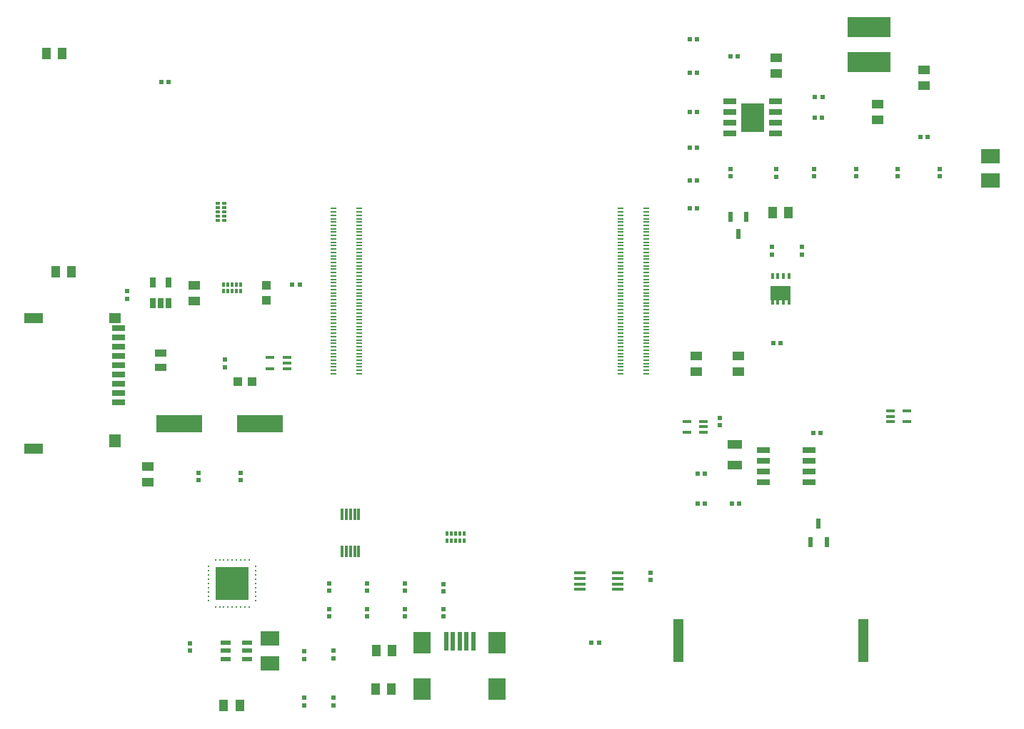
<source format=gtp>
G04*
G04 #@! TF.GenerationSoftware,Altium Limited,Altium Designer,25.2.1 (25)*
G04*
G04 Layer_Color=8421504*
%FSLAX43Y43*%
%MOMM*%
G71*
G04*
G04 #@! TF.SameCoordinates,0A798D29-7D92-4AD3-8B22-41AEFD2D755B*
G04*
G04*
G04 #@! TF.FilePolarity,Positive*
G04*
G01*
G75*
%ADD16R,0.300X0.550*%
%ADD17R,0.400X0.550*%
%ADD18R,0.550X0.300*%
%ADD19R,0.550X0.400*%
%ADD20R,0.600X0.530*%
%ADD21R,0.530X0.600*%
%ADD22R,0.700X0.200*%
%ADD23R,1.270X5.080*%
%ADD24R,2.200X1.200*%
%ADD25R,1.400X1.600*%
%ADD26R,1.600X0.700*%
%ADD27R,1.400X1.200*%
%ADD28R,1.000X1.420*%
%ADD29R,0.490X0.600*%
%ADD30R,0.300X1.400*%
%ADD31R,2.210X1.790*%
%ADD32R,1.150X0.600*%
%ADD33R,1.000X0.400*%
%ADD34R,0.600X0.490*%
%ADD35R,0.420X0.700*%
%ADD36R,0.420X0.540*%
%ADD37R,2.370X1.710*%
%ADD38R,5.500X2.000*%
%ADD39R,1.420X1.000*%
%ADD40R,1.450X0.450*%
%ADD41R,0.600X1.150*%
G04:AMPARAMS|DCode=42|XSize=3.85mm|YSize=3.85mm|CornerRadius=0mm|HoleSize=0mm|Usage=FLASHONLY|Rotation=90.000|XOffset=0mm|YOffset=0mm|HoleType=Round|Shape=RoundedRectangle|*
%AMROUNDEDRECTD42*
21,1,3.850,3.850,0,0,90.0*
21,1,3.850,3.850,0,0,90.0*
1,1,0.000,1.925,1.925*
1,1,0.000,1.925,-1.925*
1,1,0.000,-1.925,-1.925*
1,1,0.000,-1.925,1.925*
%
%ADD42ROUNDEDRECTD42*%
%ADD43C,0.300*%
%ADD44R,0.500X2.300*%
%ADD45R,2.000X2.500*%
%ADD46R,1.800X1.000*%
%ADD47R,2.710X3.350*%
%ADD48R,1.525X0.650*%
%ADD49R,0.600X1.250*%
%ADD50R,5.100X2.350*%
%ADD51R,1.000X1.100*%
%ADD52R,1.100X1.000*%
%ADD53R,1.470X0.970*%
%ADD54R,0.650X1.250*%
%ADD55R,1.550X0.700*%
D16*
X93500Y56615D02*
D03*
X94000D02*
D03*
X95000D02*
D03*
X95500D02*
D03*
Y57385D02*
D03*
X95000D02*
D03*
X94000D02*
D03*
X93500D02*
D03*
X69000Y86230D02*
D03*
X68500D02*
D03*
X67500D02*
D03*
X67000D02*
D03*
Y87000D02*
D03*
X67500D02*
D03*
X68500D02*
D03*
X69000D02*
D03*
D17*
X94500Y56615D02*
D03*
Y57385D02*
D03*
X68000Y86230D02*
D03*
Y87000D02*
D03*
D18*
X67060Y94631D02*
D03*
Y95131D02*
D03*
Y96131D02*
D03*
Y96631D02*
D03*
X66290D02*
D03*
Y96131D02*
D03*
Y95131D02*
D03*
Y94631D02*
D03*
D19*
X67060Y95631D02*
D03*
X66290D02*
D03*
D20*
X79500Y51500D02*
D03*
Y50626D02*
D03*
Y48437D02*
D03*
Y47563D02*
D03*
X93000Y48437D02*
D03*
Y47563D02*
D03*
Y50563D02*
D03*
Y51437D02*
D03*
X88500Y50626D02*
D03*
Y51500D02*
D03*
Y48437D02*
D03*
Y47563D02*
D03*
X84000D02*
D03*
Y48437D02*
D03*
Y50626D02*
D03*
Y51500D02*
D03*
X80000Y42626D02*
D03*
Y43500D02*
D03*
X76500Y37063D02*
D03*
Y37937D02*
D03*
X80000Y37063D02*
D03*
Y37937D02*
D03*
X63000Y43500D02*
D03*
Y44374D02*
D03*
X76500Y43437D02*
D03*
Y42563D02*
D03*
X127048Y99811D02*
D03*
Y100685D02*
D03*
X151881Y99811D02*
D03*
Y100685D02*
D03*
X146914Y99811D02*
D03*
Y100685D02*
D03*
X136981Y99811D02*
D03*
Y100685D02*
D03*
X141948Y99811D02*
D03*
Y100685D02*
D03*
X132000Y90563D02*
D03*
Y91437D02*
D03*
X135500Y90563D02*
D03*
Y91437D02*
D03*
X117602Y52761D02*
D03*
Y51887D02*
D03*
X69000Y64626D02*
D03*
Y63752D02*
D03*
X64000Y64626D02*
D03*
Y63752D02*
D03*
D21*
X123096Y116062D02*
D03*
X122222D02*
D03*
X60474Y111000D02*
D03*
X59600D02*
D03*
X137937Y106750D02*
D03*
X137063D02*
D03*
X123096Y107426D02*
D03*
X122222D02*
D03*
X137096Y109204D02*
D03*
X137970D02*
D03*
X122222Y112125D02*
D03*
X123096D02*
D03*
X132126Y80000D02*
D03*
X133000D02*
D03*
X122222Y95996D02*
D03*
X123096D02*
D03*
X127937Y114070D02*
D03*
X127063D02*
D03*
X122222Y99298D02*
D03*
X123096D02*
D03*
Y103235D02*
D03*
X122222D02*
D03*
X150437Y104500D02*
D03*
X149563D02*
D03*
X136898Y69326D02*
D03*
X137772D02*
D03*
X123166Y64548D02*
D03*
X124040D02*
D03*
X128109Y61000D02*
D03*
X127235D02*
D03*
D22*
X117080Y76400D02*
D03*
X114000D02*
D03*
X117080Y76800D02*
D03*
X114000D02*
D03*
X117080Y77200D02*
D03*
X114000D02*
D03*
X117080Y77600D02*
D03*
X114000D02*
D03*
X117080Y78000D02*
D03*
X114000D02*
D03*
X117080Y78400D02*
D03*
X114000D02*
D03*
X117080Y78800D02*
D03*
X114000D02*
D03*
X117080Y79200D02*
D03*
X114000D02*
D03*
X117080Y79600D02*
D03*
X114000D02*
D03*
X117080Y80000D02*
D03*
X114000D02*
D03*
X117080Y80400D02*
D03*
X114000D02*
D03*
X117080Y80800D02*
D03*
X114000D02*
D03*
X117080Y81200D02*
D03*
X114000D02*
D03*
X117080Y81600D02*
D03*
X114000D02*
D03*
X117080Y82000D02*
D03*
X114000D02*
D03*
X117080Y82400D02*
D03*
X114000D02*
D03*
X117080Y82800D02*
D03*
X114000D02*
D03*
X117080Y83200D02*
D03*
X114000D02*
D03*
X117080Y83600D02*
D03*
X114000D02*
D03*
X117080Y84000D02*
D03*
X114000D02*
D03*
X117080Y84400D02*
D03*
X114000D02*
D03*
X117080Y84800D02*
D03*
X114000D02*
D03*
X117080Y85200D02*
D03*
X114000D02*
D03*
X117080Y85600D02*
D03*
X114000D02*
D03*
X117080Y86000D02*
D03*
X114000D02*
D03*
X117080Y86400D02*
D03*
X114000D02*
D03*
X117080Y86800D02*
D03*
X114000D02*
D03*
X117080Y87200D02*
D03*
X114000D02*
D03*
X117080Y87600D02*
D03*
X114000D02*
D03*
X117080Y88000D02*
D03*
X114000D02*
D03*
X117080Y88400D02*
D03*
X114000D02*
D03*
X117080Y88800D02*
D03*
X114000D02*
D03*
X117080Y89200D02*
D03*
X114000D02*
D03*
X117080Y89600D02*
D03*
X114000D02*
D03*
X117080Y90000D02*
D03*
X114000D02*
D03*
X117080Y90400D02*
D03*
X114000D02*
D03*
X117080Y90800D02*
D03*
X114000D02*
D03*
X117080Y91200D02*
D03*
X114000D02*
D03*
X117080Y91600D02*
D03*
X114000D02*
D03*
X117080Y92000D02*
D03*
X114000D02*
D03*
X117080Y92400D02*
D03*
X114000D02*
D03*
X117080Y92800D02*
D03*
X114000D02*
D03*
X117080Y93200D02*
D03*
X114000D02*
D03*
X117080Y93600D02*
D03*
X114000D02*
D03*
X117080Y94000D02*
D03*
X114000D02*
D03*
X117080Y94400D02*
D03*
X114000D02*
D03*
X117080Y94800D02*
D03*
X114000D02*
D03*
X117080Y95200D02*
D03*
X114000D02*
D03*
X117080Y95600D02*
D03*
X114000D02*
D03*
X117080Y96000D02*
D03*
X114000D02*
D03*
X83080Y76400D02*
D03*
X80000D02*
D03*
X83080Y76800D02*
D03*
X80000D02*
D03*
X83080Y77200D02*
D03*
X80000D02*
D03*
X83080Y77600D02*
D03*
X80000D02*
D03*
X83080Y78000D02*
D03*
X80000D02*
D03*
X83080Y78400D02*
D03*
X80000D02*
D03*
X83080Y78800D02*
D03*
X80000D02*
D03*
X83080Y79200D02*
D03*
X80000D02*
D03*
X83080Y79600D02*
D03*
X80000D02*
D03*
X83080Y80000D02*
D03*
X80000D02*
D03*
X83080Y80400D02*
D03*
X80000D02*
D03*
X83080Y80800D02*
D03*
X80000D02*
D03*
X83080Y81200D02*
D03*
X80000D02*
D03*
X83080Y81600D02*
D03*
X80000D02*
D03*
X83080Y82000D02*
D03*
X80000D02*
D03*
X83080Y82400D02*
D03*
X80000D02*
D03*
X83080Y82800D02*
D03*
X80000D02*
D03*
X83080Y83200D02*
D03*
X80000D02*
D03*
X83080Y83600D02*
D03*
X80000D02*
D03*
X83080Y84000D02*
D03*
X80000D02*
D03*
X83080Y84400D02*
D03*
X80000D02*
D03*
X83080Y84800D02*
D03*
X80000D02*
D03*
X83080Y85200D02*
D03*
X80000D02*
D03*
X83080Y85600D02*
D03*
X80000D02*
D03*
X83080Y86000D02*
D03*
X80000D02*
D03*
X83080Y86400D02*
D03*
X80000D02*
D03*
X83080Y86800D02*
D03*
X80000D02*
D03*
X83080Y87200D02*
D03*
X80000D02*
D03*
X83080Y87600D02*
D03*
X80000D02*
D03*
X83080Y88000D02*
D03*
X80000D02*
D03*
X83080Y88400D02*
D03*
X80000D02*
D03*
X83080Y88800D02*
D03*
X80000D02*
D03*
X83080Y89200D02*
D03*
X80000D02*
D03*
X83080Y89600D02*
D03*
X80000D02*
D03*
X83080Y90000D02*
D03*
X80000D02*
D03*
X83080Y90400D02*
D03*
X80000D02*
D03*
X83080Y90800D02*
D03*
X80000D02*
D03*
X83080Y91200D02*
D03*
X80000D02*
D03*
X83080Y91600D02*
D03*
X80000D02*
D03*
X83080Y92000D02*
D03*
X80000D02*
D03*
X83080Y92400D02*
D03*
X80000D02*
D03*
X83080Y92800D02*
D03*
X80000D02*
D03*
X83080Y93200D02*
D03*
X80000D02*
D03*
X83080Y93600D02*
D03*
X80000D02*
D03*
X83080Y94000D02*
D03*
X80000D02*
D03*
X83080Y94400D02*
D03*
X80000D02*
D03*
X83080Y94800D02*
D03*
X80000D02*
D03*
X83080Y95200D02*
D03*
X80000D02*
D03*
X83080Y95600D02*
D03*
X80000D02*
D03*
X83080Y96000D02*
D03*
X80000D02*
D03*
D23*
X120889Y44688D02*
D03*
X142859D02*
D03*
D24*
X44450Y83035D02*
D03*
Y67535D02*
D03*
D25*
X54050Y68435D02*
D03*
D26*
X54550Y81835D02*
D03*
Y80735D02*
D03*
Y79635D02*
D03*
Y78535D02*
D03*
Y77435D02*
D03*
Y76335D02*
D03*
Y75235D02*
D03*
Y74135D02*
D03*
Y73035D02*
D03*
D27*
X54050Y83035D02*
D03*
D28*
X47798Y114427D02*
D03*
X45928D02*
D03*
X47065Y88500D02*
D03*
X48935D02*
D03*
X67000Y37000D02*
D03*
X68870D02*
D03*
X86870Y39000D02*
D03*
X85000D02*
D03*
X132065Y95500D02*
D03*
X133935D02*
D03*
X86935Y43500D02*
D03*
X85065D02*
D03*
D29*
X124060Y61000D02*
D03*
X123146D02*
D03*
X111457Y44500D02*
D03*
X110543D02*
D03*
X76000Y87000D02*
D03*
X75086D02*
D03*
D30*
X81000Y59700D02*
D03*
X81500D02*
D03*
X82000D02*
D03*
X82500D02*
D03*
X83000D02*
D03*
Y55300D02*
D03*
X82500D02*
D03*
X82000D02*
D03*
X81500D02*
D03*
X81000D02*
D03*
D31*
X72500Y42040D02*
D03*
Y44960D02*
D03*
X157909Y99298D02*
D03*
Y102218D02*
D03*
D32*
X67250Y44450D02*
D03*
Y43500D02*
D03*
Y42550D02*
D03*
X69750D02*
D03*
Y43500D02*
D03*
Y44450D02*
D03*
D33*
X74500Y77000D02*
D03*
Y77650D02*
D03*
Y78300D02*
D03*
X72500D02*
D03*
Y77000D02*
D03*
X148000Y72000D02*
D03*
Y70700D02*
D03*
X146000D02*
D03*
Y71350D02*
D03*
Y72000D02*
D03*
X123873Y69453D02*
D03*
Y70103D02*
D03*
Y70753D02*
D03*
X121873D02*
D03*
Y69453D02*
D03*
D34*
X67100Y77143D02*
D03*
Y78057D02*
D03*
X132500Y99791D02*
D03*
Y100705D02*
D03*
X125778Y71180D02*
D03*
Y70266D02*
D03*
X55500Y85293D02*
D03*
Y86207D02*
D03*
D35*
X133975Y87955D02*
D03*
X133325D02*
D03*
X132675D02*
D03*
X132025D02*
D03*
D36*
Y84875D02*
D03*
X132675D02*
D03*
X133325D02*
D03*
X133975D02*
D03*
D37*
X133000Y86000D02*
D03*
D38*
X61750Y70500D02*
D03*
X71250D02*
D03*
D39*
X144500Y106565D02*
D03*
Y108435D02*
D03*
X58000Y63500D02*
D03*
Y65370D02*
D03*
X132500Y112000D02*
D03*
Y113870D02*
D03*
X150000Y112435D02*
D03*
Y110565D02*
D03*
X123000Y78500D02*
D03*
Y76630D02*
D03*
X128000Y78500D02*
D03*
Y76630D02*
D03*
X63500Y85000D02*
D03*
Y86870D02*
D03*
D40*
X109220Y50800D02*
D03*
Y51450D02*
D03*
Y52100D02*
D03*
Y52750D02*
D03*
X113670D02*
D03*
Y52100D02*
D03*
Y51450D02*
D03*
Y50800D02*
D03*
D41*
X137500Y58600D02*
D03*
X138460Y56400D02*
D03*
X136540D02*
D03*
D42*
X68000Y51500D02*
D03*
D43*
X66000Y54300D02*
D03*
X66500D02*
D03*
X67000D02*
D03*
X67500D02*
D03*
X68000D02*
D03*
X68500D02*
D03*
X69000D02*
D03*
X69500D02*
D03*
X70000D02*
D03*
X70800Y53500D02*
D03*
Y53000D02*
D03*
Y52500D02*
D03*
Y52000D02*
D03*
Y51500D02*
D03*
Y51000D02*
D03*
Y50500D02*
D03*
Y50000D02*
D03*
Y49500D02*
D03*
X70000Y48700D02*
D03*
X69500D02*
D03*
X69000D02*
D03*
X68500D02*
D03*
X68000D02*
D03*
X67500D02*
D03*
X67000D02*
D03*
X66500D02*
D03*
X66000D02*
D03*
X65200Y49500D02*
D03*
Y50000D02*
D03*
Y50500D02*
D03*
Y51000D02*
D03*
Y51500D02*
D03*
Y52000D02*
D03*
Y52500D02*
D03*
Y53000D02*
D03*
Y53500D02*
D03*
D44*
X96550Y44600D02*
D03*
X95750D02*
D03*
X94950D02*
D03*
X94150D02*
D03*
X93350D02*
D03*
D45*
X99400Y44500D02*
D03*
X90500D02*
D03*
X99400Y39000D02*
D03*
X90500D02*
D03*
D46*
X127556Y65536D02*
D03*
Y68036D02*
D03*
D47*
X129715Y106791D02*
D03*
D48*
X132403Y108696D02*
D03*
Y107426D02*
D03*
Y106156D02*
D03*
Y104886D02*
D03*
X127027D02*
D03*
Y106156D02*
D03*
Y107426D02*
D03*
Y108696D02*
D03*
D49*
X128000Y92950D02*
D03*
X127045Y95050D02*
D03*
X128955D02*
D03*
D50*
X143500Y117575D02*
D03*
Y113425D02*
D03*
D51*
X72000Y86850D02*
D03*
Y85150D02*
D03*
D52*
X68650Y75500D02*
D03*
X70350D02*
D03*
D53*
X59500Y78830D02*
D03*
Y77170D02*
D03*
D54*
X58560Y84750D02*
D03*
X59500D02*
D03*
X60440D02*
D03*
Y87250D02*
D03*
X58560D02*
D03*
D55*
X130927Y67294D02*
D03*
Y66024D02*
D03*
Y64754D02*
D03*
Y63484D02*
D03*
X136377D02*
D03*
Y64754D02*
D03*
Y66024D02*
D03*
Y67294D02*
D03*
M02*

</source>
